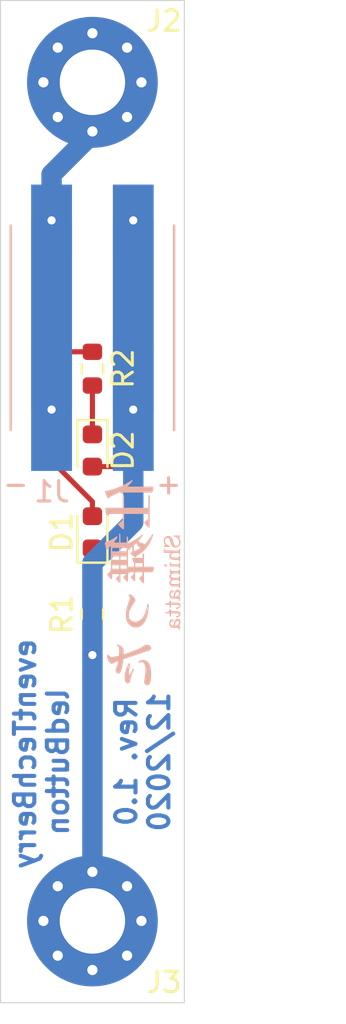
<source format=kicad_pcb>
(kicad_pcb (version 20171130) (host pcbnew 5.1.8)

  (general
    (thickness 1.6)
    (drawings 8)
    (tracks 29)
    (zones 0)
    (modules 8)
    (nets 5)
  )

  (page A4)
  (layers
    (0 F.Cu signal)
    (31 B.Cu signal)
    (32 B.Adhes user)
    (33 F.Adhes user)
    (34 B.Paste user)
    (35 F.Paste user)
    (36 B.SilkS user)
    (37 F.SilkS user)
    (38 B.Mask user)
    (39 F.Mask user)
    (40 Dwgs.User user)
    (41 Cmts.User user)
    (42 Eco1.User user)
    (43 Eco2.User user)
    (44 Edge.Cuts user)
    (45 Margin user)
    (46 B.CrtYd user)
    (47 F.CrtYd user)
    (48 B.Fab user)
    (49 F.Fab user)
  )

  (setup
    (last_trace_width 0.25)
    (user_trace_width 1)
    (user_trace_width 2)
    (trace_clearance 0.2)
    (zone_clearance 0.508)
    (zone_45_only no)
    (trace_min 0.2)
    (via_size 0.8)
    (via_drill 0.4)
    (via_min_size 0.4)
    (via_min_drill 0.3)
    (uvia_size 0.3)
    (uvia_drill 0.1)
    (uvias_allowed no)
    (uvia_min_size 0.2)
    (uvia_min_drill 0.1)
    (edge_width 0.05)
    (segment_width 0.2)
    (pcb_text_width 0.3)
    (pcb_text_size 1.5 1.5)
    (mod_edge_width 0.12)
    (mod_text_size 1 1)
    (mod_text_width 0.15)
    (pad_size 6.4 6.4)
    (pad_drill 3.2)
    (pad_to_mask_clearance 0)
    (aux_axis_origin 0 0)
    (visible_elements FFFFFF7F)
    (pcbplotparams
      (layerselection 0x010fc_ffffffff)
      (usegerberextensions false)
      (usegerberattributes true)
      (usegerberadvancedattributes true)
      (creategerberjobfile true)
      (excludeedgelayer true)
      (linewidth 0.100000)
      (plotframeref false)
      (viasonmask false)
      (mode 1)
      (useauxorigin false)
      (hpglpennumber 1)
      (hpglpenspeed 20)
      (hpglpendiameter 15.000000)
      (psnegative false)
      (psa4output false)
      (plotreference true)
      (plotvalue true)
      (plotinvisibletext false)
      (padsonsilk false)
      (subtractmaskfromsilk false)
      (outputformat 1)
      (mirror false)
      (drillshape 1)
      (scaleselection 1)
      (outputdirectory ""))
  )

  (net 0 "")
  (net 1 "Net-(D1-Pad2)")
  (net 2 "Net-(D1-Pad1)")
  (net 3 "Net-(D2-Pad1)")
  (net 4 "Net-(D2-Pad2)")

  (net_class Default "This is the default net class."
    (clearance 0.2)
    (trace_width 0.25)
    (via_dia 0.8)
    (via_drill 0.4)
    (uvia_dia 0.3)
    (uvia_drill 0.1)
    (add_net "Net-(D1-Pad1)")
    (add_net "Net-(D1-Pad2)")
    (add_net "Net-(D2-Pad1)")
    (add_net "Net-(D2-Pad2)")
  )

  (module shimatta_artwork:shimatta_kanji_10mm_silk (layer B.Cu) (tedit 0) (tstamp 5FE0D9F1)
    (at 76.962 108.458 270)
    (fp_text reference G*** (at 0 0 270) (layer B.SilkS) hide
      (effects (font (size 1.524 1.524) (thickness 0.3)) (justify mirror))
    )
    (fp_text value LOGO (at 0.75 0 270) (layer B.SilkS) hide
      (effects (font (size 1.524 1.524) (thickness 0.3)) (justify mirror))
    )
    (fp_poly (pts (xy -1.974371 -1.038841) (xy -1.921286 -1.053288) (xy -1.872623 -1.079719) (xy -1.866195 -1.084191)
      (xy -1.838293 -1.104059) (xy -1.817119 -1.069799) (xy -1.79976 -1.048167) (xy -1.782486 -1.036309)
      (xy -1.778291 -1.035539) (xy -1.768206 -1.038583) (xy -1.760646 -1.049319) (xy -1.755185 -1.070154)
      (xy -1.7514 -1.103496) (xy -1.748865 -1.15175) (xy -1.747273 -1.211385) (xy -1.746474 -1.259613)
      (xy -1.746752 -1.291726) (xy -1.748675 -1.311141) (xy -1.75281 -1.321274) (xy -1.759723 -1.325542)
      (xy -1.766441 -1.326858) (xy -1.786978 -1.322585) (xy -1.793979 -1.312205) (xy -1.82301 -1.2417)
      (xy -1.856701 -1.183639) (xy -1.890646 -1.143766) (xy -1.936773 -1.110849) (xy -1.98647 -1.091476)
      (xy -2.036678 -1.08492) (xy -2.084334 -1.090454) (xy -2.126379 -1.107351) (xy -2.159752 -1.134885)
      (xy -2.181392 -1.172328) (xy -2.188308 -1.214467) (xy -2.182791 -1.248681) (xy -2.165175 -1.278144)
      (xy -2.133859 -1.30396) (xy -2.087242 -1.327231) (xy -2.023723 -1.349063) (xy -1.972988 -1.362908)
      (xy -1.926945 -1.37512) (xy -1.884295 -1.387388) (xy -1.85095 -1.397965) (xy -1.837224 -1.403038)
      (xy -1.783941 -1.43521) (xy -1.7442 -1.480643) (xy -1.719152 -1.537493) (xy -1.709948 -1.603912)
      (xy -1.709925 -1.607039) (xy -1.718324 -1.675881) (xy -1.743018 -1.735267) (xy -1.782805 -1.783525)
      (xy -1.836485 -1.818985) (xy -1.87192 -1.832554) (xy -1.918944 -1.841854) (xy -1.97371 -1.845409)
      (xy -2.028119 -1.84323) (xy -2.074074 -1.835326) (xy -2.083751 -1.832294) (xy -2.116174 -1.818033)
      (xy -2.150925 -1.79893) (xy -2.159336 -1.793591) (xy -2.197825 -1.76812) (xy -2.219932 -1.802247)
      (xy -2.24036 -1.826752) (xy -2.262088 -1.836076) (xy -2.268904 -1.836495) (xy -2.295769 -1.836616)
      (xy -2.295769 -1.524) (xy -2.272298 -1.524) (xy -2.259227 -1.52626) (xy -2.249254 -1.535687)
      (xy -2.239777 -1.556254) (xy -2.228545 -1.590772) (xy -2.200232 -1.656354) (xy -2.159137 -1.713395)
      (xy -2.108703 -1.757526) (xy -2.086983 -1.770431) (xy -2.043168 -1.785715) (xy -1.991547 -1.792606)
      (xy -1.939352 -1.79103) (xy -1.893813 -1.780914) (xy -1.875726 -1.772587) (xy -1.835146 -1.739209)
      (xy -1.80866 -1.697192) (xy -1.797641 -1.650585) (xy -1.803458 -1.603433) (xy -1.811693 -1.583581)
      (xy -1.823542 -1.564842) (xy -1.839561 -1.549289) (xy -1.86277 -1.535442) (xy -1.896185 -1.521824)
      (xy -1.942823 -1.506956) (xy -2.001869 -1.490396) (xy -2.070514 -1.470952) (xy -2.12321 -1.453777)
      (xy -2.163196 -1.437447) (xy -2.193709 -1.420542) (xy -2.217988 -1.401639) (xy -2.229206 -1.390568)
      (xy -2.258638 -1.349794) (xy -2.273428 -1.302837) (xy -2.276231 -1.263171) (xy -2.268182 -1.193355)
      (xy -2.244667 -1.13505) (xy -2.206631 -1.089166) (xy -2.155021 -1.056615) (xy -2.090784 -1.038307)
      (xy -2.038549 -1.034453) (xy -1.974371 -1.038841)) (layer B.SilkS) (width 0.01))
    (fp_poly (pts (xy 0.640944 -1.312618) (xy 0.67704 -1.319504) (xy 0.709375 -1.333293) (xy 0.740902 -1.35388)
      (xy 0.745424 -1.357713) (xy 0.776654 -1.385604) (xy 0.781782 -1.564706) (xy 0.783857 -1.622571)
      (xy 0.786497 -1.674136) (xy 0.789465 -1.716036) (xy 0.792525 -1.744908) (xy 0.79526 -1.757136)
      (xy 0.810932 -1.766015) (xy 0.84142 -1.765392) (xy 0.866266 -1.76353) (xy 0.877171 -1.76799)
      (xy 0.879231 -1.777416) (xy 0.870113 -1.801327) (xy 0.844983 -1.820342) (xy 0.807181 -1.832279)
      (xy 0.792135 -1.834328) (xy 0.760728 -1.835756) (xy 0.740346 -1.830993) (xy 0.722902 -1.817897)
      (xy 0.72021 -1.815253) (xy 0.702591 -1.795118) (xy 0.692224 -1.778656) (xy 0.691979 -1.777976)
      (xy 0.684959 -1.772802) (xy 0.669292 -1.779728) (xy 0.649017 -1.79442) (xy 0.618564 -1.81506)
      (xy 0.58745 -1.831466) (xy 0.577369 -1.835408) (xy 0.533609 -1.844151) (xy 0.484536 -1.845295)
      (xy 0.438788 -1.839118) (xy 0.412345 -1.830092) (xy 0.372494 -1.802851) (xy 0.349635 -1.767447)
      (xy 0.341942 -1.720977) (xy 0.341923 -1.718095) (xy 0.343126 -1.700515) (xy 0.455607 -1.700515)
      (xy 0.457835 -1.73071) (xy 0.469349 -1.752095) (xy 0.48304 -1.765362) (xy 0.507125 -1.781844)
      (xy 0.532 -1.786258) (xy 0.550438 -1.78465) (xy 0.58274 -1.776437) (xy 0.610963 -1.763138)
      (xy 0.614012 -1.761016) (xy 0.645603 -1.732311) (xy 0.665621 -1.699528) (xy 0.677036 -1.656731)
      (xy 0.680628 -1.627794) (xy 0.683522 -1.592705) (xy 0.683443 -1.573158) (xy 0.679617 -1.565278)
      (xy 0.671269 -1.565193) (xy 0.668269 -1.565968) (xy 0.648488 -1.570944) (xy 0.617794 -1.578137)
      (xy 0.595923 -1.583073) (xy 0.536922 -1.599909) (xy 0.495378 -1.621103) (xy 0.469412 -1.648229)
      (xy 0.457142 -1.682862) (xy 0.455607 -1.700515) (xy 0.343126 -1.700515) (xy 0.344116 -1.686059)
      (xy 0.353266 -1.661888) (xy 0.373232 -1.635965) (xy 0.376197 -1.632658) (xy 0.40625 -1.605269)
      (xy 0.444581 -1.581703) (xy 0.4938 -1.560914) (xy 0.556523 -1.541856) (xy 0.635361 -1.523484)
      (xy 0.663059 -1.517848) (xy 0.676458 -1.513728) (xy 0.682332 -1.50481) (xy 0.682301 -1.485745)
      (xy 0.679595 -1.463209) (xy 0.674002 -1.43082) (xy 0.667225 -1.404589) (xy 0.663822 -1.396093)
      (xy 0.644922 -1.378737) (xy 0.61268 -1.366075) (xy 0.573062 -1.359819) (xy 0.540027 -1.360581)
      (xy 0.500622 -1.369239) (xy 0.478247 -1.383995) (xy 0.473727 -1.40413) (xy 0.477739 -1.414757)
      (xy 0.487636 -1.447797) (xy 0.483358 -1.477167) (xy 0.468279 -1.499765) (xy 0.445775 -1.512488)
      (xy 0.419223 -1.512233) (xy 0.391997 -1.495897) (xy 0.390769 -1.494692) (xy 0.373401 -1.465279)
      (xy 0.372129 -1.431335) (xy 0.385222 -1.396326) (xy 0.410949 -1.363713) (xy 0.447576 -1.336962)
      (xy 0.475841 -1.324549) (xy 0.525279 -1.313638) (xy 0.58351 -1.309581) (xy 0.640944 -1.312618)) (layer B.SilkS) (width 0.01))
    (fp_poly (pts (xy 1.067389 -1.108152) (xy 1.073653 -1.114475) (xy 1.077607 -1.128178) (xy 1.079988 -1.152711)
      (xy 1.081536 -1.191523) (xy 1.082262 -1.218712) (xy 1.085024 -1.328616) (xy 1.163538 -1.328616)
      (xy 1.202366 -1.3289) (xy 1.225462 -1.330495) (xy 1.23663 -1.334508) (xy 1.239675 -1.342049)
      (xy 1.238929 -1.350596) (xy 1.235823 -1.361747) (xy 1.227612 -1.368592) (xy 1.210101 -1.372452)
      (xy 1.179094 -1.37465) (xy 1.160096 -1.37543) (xy 1.084385 -1.378284) (xy 1.084385 -1.55643)
      (xy 1.084671 -1.622622) (xy 1.085671 -1.672073) (xy 1.087598 -1.707571) (xy 1.090664 -1.731905)
      (xy 1.09508 -1.747866) (xy 1.099592 -1.756288) (xy 1.121883 -1.774299) (xy 1.148938 -1.776923)
      (xy 1.176351 -1.766026) (xy 1.199718 -1.743476) (xy 1.214633 -1.711137) (xy 1.215545 -1.707173)
      (xy 1.22186 -1.676871) (xy 1.226224 -1.655885) (xy 1.235543 -1.636856) (xy 1.256152 -1.631464)
      (xy 1.256791 -1.631462) (xy 1.271513 -1.632447) (xy 1.278247 -1.638659) (xy 1.278807 -1.654982)
      (xy 1.275582 -1.681998) (xy 1.26038 -1.743784) (xy 1.232522 -1.791452) (xy 1.191026 -1.826549)
      (xy 1.18012 -1.832659) (xy 1.145866 -1.843001) (xy 1.104011 -1.845687) (xy 1.064409 -1.840618)
      (xy 1.046249 -1.834029) (xy 1.023745 -1.8175) (xy 1.002423 -1.794593) (xy 1.002288 -1.794411)
      (xy 0.995239 -1.783637) (xy 0.989937 -1.770968) (xy 0.986075 -1.753497) (xy 0.983345 -1.728317)
      (xy 0.98144 -1.692522) (xy 0.980054 -1.643206) (xy 0.978878 -1.577463) (xy 0.978796 -1.572161)
      (xy 0.975784 -1.377462) (xy 0.932392 -1.377462) (xy 0.905449 -1.376377) (xy 0.892769 -1.371235)
      (xy 0.889118 -1.359204) (xy 0.889 -1.353994) (xy 0.894585 -1.334751) (xy 0.914328 -1.321845)
      (xy 0.92033 -1.319605) (xy 0.958438 -1.29963) (xy 0.987906 -1.268085) (xy 1.010137 -1.222673)
      (xy 1.026541 -1.161099) (xy 1.030398 -1.139951) (xy 1.036325 -1.115595) (xy 1.045494 -1.105989)
      (xy 1.058076 -1.105759) (xy 1.067389 -1.108152)) (layer B.SilkS) (width 0.01))
    (fp_poly (pts (xy 1.488944 -1.110289) (xy 1.494525 -1.116945) (xy 1.498106 -1.132096) (xy 1.500339 -1.159063)
      (xy 1.501878 -1.201166) (xy 1.502339 -1.218712) (xy 1.505101 -1.328616) (xy 1.582935 -1.328616)
      (xy 1.6216 -1.328878) (xy 1.644721 -1.330503) (xy 1.656293 -1.334742) (xy 1.66031 -1.342849)
      (xy 1.660769 -1.353039) (xy 1.659936 -1.365151) (xy 1.65478 -1.372404) (xy 1.641314 -1.376043)
      (xy 1.615552 -1.377313) (xy 1.582615 -1.377462) (xy 1.504461 -1.377462) (xy 1.504461 -1.558192)
      (xy 1.504599 -1.622242) (xy 1.5052 -1.669671) (xy 1.50655 -1.703395) (xy 1.508932 -1.726331)
      (xy 1.512633 -1.741394) (xy 1.517936 -1.751503) (xy 1.524 -1.758462) (xy 1.553175 -1.776093)
      (xy 1.584057 -1.77626) (xy 1.611666 -1.759856) (xy 1.625783 -1.740182) (xy 1.635945 -1.713599)
      (xy 1.644478 -1.680299) (xy 1.645819 -1.672981) (xy 1.651731 -1.646626) (xy 1.660436 -1.634536)
      (xy 1.675946 -1.631473) (xy 1.677642 -1.631462) (xy 1.69222 -1.632603) (xy 1.698789 -1.63934)
      (xy 1.699297 -1.656642) (xy 1.696783 -1.680302) (xy 1.682886 -1.743441) (xy 1.657693 -1.790854)
      (xy 1.620651 -1.823134) (xy 1.571209 -1.840874) (xy 1.544177 -1.844314) (xy 1.50807 -1.844991)
      (xy 1.482071 -1.839541) (xy 1.457198 -1.825996) (xy 1.455615 -1.82493) (xy 1.437063 -1.81038)
      (xy 1.422919 -1.793322) (xy 1.412591 -1.771022) (xy 1.405489 -1.740747) (xy 1.401022 -1.699763)
      (xy 1.398599 -1.645336) (xy 1.39763 -1.574735) (xy 1.397551 -1.556312) (xy 1.397 -1.378585)
      (xy 1.355481 -1.375581) (xy 1.327979 -1.371614) (xy 1.314897 -1.363255) (xy 1.311576 -1.353039)
      (xy 1.315704 -1.337223) (xy 1.334351 -1.32219) (xy 1.350145 -1.313962) (xy 1.38592 -1.292045)
      (xy 1.412117 -1.263056) (xy 1.431723 -1.222652) (xy 1.445662 -1.17518) (xy 1.45552 -1.139038)
      (xy 1.464372 -1.118497) (xy 1.474178 -1.109844) (xy 1.48071 -1.108808) (xy 1.488944 -1.110289)) (layer B.SilkS) (width 0.01))
    (fp_poly (pts (xy 2.067017 -1.312015) (xy 2.091074 -1.317656) (xy 2.115093 -1.328184) (xy 2.119351 -1.330379)
      (xy 2.147999 -1.346455) (xy 2.169267 -1.362613) (xy 2.184314 -1.38202) (xy 2.194299 -1.407842)
      (xy 2.200379 -1.443246) (xy 2.203714 -1.491396) (xy 2.205462 -1.55546) (xy 2.205652 -1.56621)
      (xy 2.206886 -1.634499) (xy 2.208354 -1.685635) (xy 2.210672 -1.721998) (xy 2.214456 -1.745971)
      (xy 2.220321 -1.759934) (xy 2.228883 -1.766269) (xy 2.240758 -1.767357) (xy 2.256562 -1.76558)
      (xy 2.257183 -1.765496) (xy 2.2874 -1.764126) (xy 2.301366 -1.77125) (xy 2.300944 -1.788041)
      (xy 2.299502 -1.792134) (xy 2.282756 -1.811763) (xy 2.252528 -1.827163) (xy 2.21481 -1.835705)
      (xy 2.198095 -1.836616) (xy 2.165222 -1.832505) (xy 2.140837 -1.817535) (xy 2.13411 -1.810766)
      (xy 2.118195 -1.791346) (xy 2.110332 -1.777346) (xy 2.110154 -1.776076) (xy 2.103393 -1.775971)
      (xy 2.086279 -1.785859) (xy 2.075981 -1.793301) (xy 2.018762 -1.826325) (xy 1.956762 -1.843577)
      (xy 1.894263 -1.844524) (xy 1.83555 -1.828632) (xy 1.82662 -1.824404) (xy 1.78778 -1.795174)
      (xy 1.765426 -1.756208) (xy 1.760635 -1.709667) (xy 1.762569 -1.695669) (xy 1.762917 -1.694639)
      (xy 1.875692 -1.694639) (xy 1.882946 -1.738312) (xy 1.90319 -1.768727) (xy 1.934148 -1.784818)
      (xy 1.973544 -1.785521) (xy 2.0191 -1.769771) (xy 2.027115 -1.765481) (xy 2.065577 -1.734584)
      (xy 2.089543 -1.692505) (xy 2.099829 -1.637617) (xy 2.100369 -1.619064) (xy 2.100385 -1.562705)
      (xy 2.073519 -1.568707) (xy 2.002641 -1.586563) (xy 1.949443 -1.60502) (xy 1.912071 -1.625257)
      (xy 1.888675 -1.648452) (xy 1.877405 -1.675784) (xy 1.875692 -1.694639) (xy 1.762917 -1.694639)
      (xy 1.775241 -1.658177) (xy 1.799184 -1.625607) (xy 1.835942 -1.597087) (xy 1.887055 -1.571743)
      (xy 1.954065 -1.5487) (xy 2.038515 -1.527086) (xy 2.073519 -1.519478) (xy 2.091119 -1.51337)
      (xy 2.098748 -1.500718) (xy 2.100385 -1.475604) (xy 2.095153 -1.427605) (xy 2.078669 -1.393815)
      (xy 2.052443 -1.373045) (xy 2.013304 -1.361056) (xy 1.967038 -1.358661) (xy 1.923753 -1.36625)
      (xy 1.919185 -1.367871) (xy 1.900754 -1.378362) (xy 1.897388 -1.393896) (xy 1.89901 -1.402063)
      (xy 1.906334 -1.431636) (xy 1.910841 -1.449775) (xy 1.90831 -1.475393) (xy 1.891704 -1.498124)
      (xy 1.866273 -1.512219) (xy 1.851978 -1.514231) (xy 1.827936 -1.505801) (xy 1.805532 -1.484928)
      (xy 1.790661 -1.458238) (xy 1.787806 -1.442086) (xy 1.796395 -1.409192) (xy 1.81924 -1.375487)
      (xy 1.852116 -1.346505) (xy 1.867982 -1.337029) (xy 1.901035 -1.323791) (xy 1.941599 -1.315663)
      (xy 1.992923 -1.311533) (xy 2.036455 -1.310295) (xy 2.067017 -1.312015)) (layer B.SilkS) (width 0.01))
    (fp_poly (pts (xy -1.455615 -1.215473) (xy -1.450731 -1.398336) (xy -1.421423 -1.367157) (xy -1.376353 -1.331405)
      (xy -1.326607 -1.312133) (xy -1.275539 -1.308504) (xy -1.226501 -1.31968) (xy -1.182846 -1.344823)
      (xy -1.147927 -1.383095) (xy -1.125098 -1.433658) (xy -1.123046 -1.441718) (xy -1.119874 -1.465079)
      (xy -1.117169 -1.503375) (xy -1.115156 -1.552) (xy -1.114058 -1.606352) (xy -1.113925 -1.628833)
      (xy -1.113934 -1.686246) (xy -1.11338 -1.727126) (xy -1.11108 -1.754472) (xy -1.10585 -1.771281)
      (xy -1.096506 -1.780548) (xy -1.081867 -1.785271) (xy -1.060747 -1.788448) (xy -1.050305 -1.789943)
      (xy -1.03283 -1.799802) (xy -1.027608 -1.809862) (xy -1.027842 -1.816489) (xy -1.03341 -1.821136)
      (xy -1.047143 -1.82415) (xy -1.071873 -1.825876) (xy -1.110431 -1.826659) (xy -1.165648 -1.826846)
      (xy -1.166707 -1.826846) (xy -1.222097 -1.826711) (xy -1.260894 -1.826038) (xy -1.28604 -1.824421)
      (xy -1.30048 -1.821457) (xy -1.307159 -1.816742) (xy -1.309018 -1.809871) (xy -1.309077 -1.807308)
      (xy -1.304974 -1.793528) (xy -1.289229 -1.788224) (xy -1.276839 -1.787769) (xy -1.25665 -1.786726)
      (xy -1.24203 -1.781795) (xy -1.232084 -1.770273) (xy -1.225917 -1.749459) (xy -1.222637 -1.716651)
      (xy -1.22135 -1.669146) (xy -1.221154 -1.619425) (xy -1.222023 -1.550012) (xy -1.22506 -1.497159)
      (xy -1.230911 -1.457944) (xy -1.240222 -1.429447) (xy -1.253639 -1.408749) (xy -1.271142 -1.393392)
      (xy -1.306881 -1.379323) (xy -1.346249 -1.381693) (xy -1.384996 -1.399063) (xy -1.418873 -1.429993)
      (xy -1.431192 -1.447614) (xy -1.439055 -1.463151) (xy -1.44473 -1.481935) (xy -1.448683 -1.507586)
      (xy -1.451382 -1.543727) (xy -1.453292 -1.593978) (xy -1.454095 -1.625431) (xy -1.455257 -1.685008)
      (xy -1.45493 -1.727828) (xy -1.452182 -1.756663) (xy -1.446076 -1.774287) (xy -1.43568 -1.783474)
      (xy -1.420057 -1.786995) (xy -1.399442 -1.78762) (xy -1.376896 -1.790323) (xy -1.368343 -1.800256)
      (xy -1.367692 -1.807308) (xy -1.368675 -1.814909) (xy -1.373585 -1.820234) (xy -1.385367 -1.823685)
      (xy -1.406965 -1.825666) (xy -1.441322 -1.826583) (xy -1.491383 -1.826838) (xy -1.510063 -1.826846)
      (xy -1.565576 -1.826666) (xy -1.604384 -1.825895) (xy -1.629317 -1.824188) (xy -1.643208 -1.821198)
      (xy -1.648887 -1.81658) (xy -1.649186 -1.809989) (xy -1.649162 -1.809862) (xy -1.637956 -1.794552)
      (xy -1.626465 -1.789943) (xy -1.600387 -1.785385) (xy -1.584931 -1.782287) (xy -1.562824 -1.777564)
      (xy -1.565393 -1.438302) (xy -1.567962 -1.099039) (xy -1.614365 -1.096061) (xy -1.6426 -1.093155)
      (xy -1.65633 -1.087339) (xy -1.660586 -1.075813) (xy -1.660769 -1.070241) (xy -1.659089 -1.056138)
      (xy -1.651888 -1.04659) (xy -1.635928 -1.040587) (xy -1.607967 -1.037118) (xy -1.564767 -1.035173)
      (xy -1.546808 -1.034698) (xy -1.4605 -1.03261) (xy -1.455615 -1.215473)) (layer B.SilkS) (width 0.01))
    (fp_poly (pts (xy -0.791308 -1.541671) (xy -0.79114 -1.616724) (xy -0.790274 -1.674548) (xy -0.788164 -1.717452)
      (xy -0.784266 -1.747744) (xy -0.778034 -1.767735) (xy -0.768923 -1.779731) (xy -0.756389 -1.786044)
      (xy -0.739886 -1.788981) (xy -0.732772 -1.789665) (xy -0.705556 -1.796467) (xy -0.695421 -1.80975)
      (xy -0.695628 -1.81631) (xy -0.700994 -1.820947) (xy -0.714308 -1.82399) (xy -0.738353 -1.825767)
      (xy -0.775917 -1.826609) (xy -0.829783 -1.826843) (xy -0.840154 -1.826846) (xy -0.896902 -1.826679)
      (xy -0.936899 -1.825957) (xy -0.96293 -1.824353) (xy -0.977782 -1.821535) (xy -0.984238 -1.817177)
      (xy -0.985086 -1.810948) (xy -0.984886 -1.80975) (xy -0.97342 -1.795751) (xy -0.947535 -1.789665)
      (xy -0.927021 -1.786674) (xy -0.911938 -1.780045) (xy -0.901459 -1.767116) (xy -0.894754 -1.745221)
      (xy -0.890995 -1.711698) (xy -0.889353 -1.663884) (xy -0.889 -1.601508) (xy -0.889384 -1.54625)
      (xy -0.890442 -1.495701) (xy -0.892032 -1.454098) (xy -0.894015 -1.425682) (xy -0.895106 -1.41776)
      (xy -0.900096 -1.399466) (xy -0.909311 -1.390477) (xy -0.928545 -1.387501) (xy -0.948837 -1.387231)
      (xy -0.977413 -1.386342) (xy -0.991501 -1.382043) (xy -0.996126 -1.371885) (xy -0.996462 -1.364029)
      (xy -0.992671 -1.349345) (xy -0.979576 -1.33915) (xy -0.954592 -1.332756) (xy -0.915134 -1.329476)
      (xy -0.863356 -1.328616) (xy -0.791308 -1.328616) (xy -0.791308 -1.541671)) (layer B.SilkS) (width 0.01))
    (fp_poly (pts (xy 0.080297 -1.3191) (xy 0.125771 -1.345358) (xy 0.152577 -1.373188) (xy 0.180731 -1.410065)
      (xy 0.183814 -1.586478) (xy 0.185487 -1.650324) (xy 0.187999 -1.703674) (xy 0.191173 -1.744022)
      (xy 0.194831 -1.768864) (xy 0.197222 -1.77533) (xy 0.213481 -1.783903) (xy 0.238852 -1.787753)
      (xy 0.240542 -1.787769) (xy 0.263603 -1.790132) (xy 0.272652 -1.799263) (xy 0.273538 -1.807308)
      (xy 0.272556 -1.814909) (xy 0.267645 -1.820234) (xy 0.255863 -1.823685) (xy 0.234266 -1.825666)
      (xy 0.199908 -1.826583) (xy 0.149847 -1.826838) (xy 0.131168 -1.826846) (xy 0.075655 -1.826666)
      (xy 0.036847 -1.825895) (xy 0.011913 -1.824188) (xy -0.001977 -1.821198) (xy -0.007656 -1.81658)
      (xy -0.007955 -1.809989) (xy -0.007931 -1.809862) (xy 0.003274 -1.794552) (xy 0.014766 -1.789943)
      (xy 0.040674 -1.785404) (xy 0.056786 -1.782164) (xy 0.079379 -1.77732) (xy 0.076324 -1.602575)
      (xy 0.07513 -1.540071) (xy 0.073784 -1.494035) (xy 0.071875 -1.461401) (xy 0.068992 -1.4391)
      (xy 0.064727 -1.424065) (xy 0.058668 -1.413227) (xy 0.050405 -1.403519) (xy 0.049585 -1.402645)
      (xy 0.018289 -1.381785) (xy -0.017565 -1.377181) (xy -0.053905 -1.387557) (xy -0.086657 -1.41164)
      (xy -0.11175 -1.448156) (xy -0.114311 -1.453926) (xy -0.121097 -1.479773) (xy -0.126816 -1.519311)
      (xy -0.13124 -1.567557) (xy -0.134142 -1.619526) (xy -0.135296 -1.670235) (xy -0.134473 -1.714698)
      (xy -0.131448 -1.747932) (xy -0.128291 -1.760904) (xy -0.117156 -1.779704) (xy -0.099101 -1.786984)
      (xy -0.08328 -1.787769) (xy -0.059613 -1.789922) (xy -0.050013 -1.79834) (xy -0.048846 -1.807308)
      (xy -0.049861 -1.815039) (xy -0.054906 -1.820409) (xy -0.066985 -1.823845) (xy -0.089101 -1.825777)
      (xy -0.124255 -1.826634) (xy -0.17545 -1.826844) (xy -0.185615 -1.826846) (xy -0.239737 -1.826701)
      (xy -0.277324 -1.825981) (xy -0.301377 -1.824255) (xy -0.314901 -1.821096) (xy -0.320897 -1.816074)
      (xy -0.322369 -1.80876) (xy -0.322385 -1.807308) (xy -0.318514 -1.793788) (xy -0.303445 -1.788375)
      (xy -0.288536 -1.787769) (xy -0.259067 -1.782638) (xy -0.244575 -1.768873) (xy -0.240334 -1.750826)
      (xy -0.237292 -1.717778) (xy -0.235444 -1.674231) (xy -0.234785 -1.624683) (xy -0.235311 -1.573638)
      (xy -0.237015 -1.525594) (xy -0.239893 -1.485053) (xy -0.243941 -1.456516) (xy -0.24492 -1.452539)
      (xy -0.263385 -1.41075) (xy -0.290501 -1.385404) (xy -0.32287 -1.377462) (xy -0.368 -1.386426)
      (xy -0.404805 -1.412769) (xy -0.428846 -1.448664) (xy -0.437064 -1.467827) (xy -0.442778 -1.488226)
      (xy -0.446426 -1.513822) (xy -0.448446 -1.548578) (xy -0.449276 -1.596454) (xy -0.449385 -1.63436)
      (xy -0.449479 -1.690546) (xy -0.448929 -1.730264) (xy -0.44649 -1.756574) (xy -0.440914 -1.772536)
      (xy -0.430953 -1.78121) (xy -0.415362 -1.785657) (xy -0.392893 -1.788938) (xy -0.385997 -1.789943)
      (xy -0.368523 -1.799802) (xy -0.3633 -1.809862) (xy -0.363534 -1.816489) (xy -0.369102 -1.821136)
      (xy -0.382836 -1.82415) (xy -0.407566 -1.825876) (xy -0.446123 -1.826659) (xy -0.501341 -1.826846)
      (xy -0.502399 -1.826846) (xy -0.55779 -1.826711) (xy -0.596586 -1.826038) (xy -0.621732 -1.824421)
      (xy -0.636173 -1.821457) (xy -0.642851 -1.816742) (xy -0.644711 -1.809871) (xy -0.644769 -1.807308)
      (xy -0.640779 -1.793653) (xy -0.62536 -1.788294) (xy -0.611773 -1.787769) (xy -0.585868 -1.784016)
      (xy -0.568147 -1.774918) (xy -0.567592 -1.774292) (xy -0.56321 -1.76046) (xy -0.560279 -1.730646)
      (xy -0.558758 -1.683856) (xy -0.558602 -1.619099) (xy -0.559069 -1.576465) (xy -0.561731 -1.392116)
      (xy -0.60325 -1.389111) (xy -0.629637 -1.385777) (xy -0.641728 -1.378715) (xy -0.644761 -1.364681)
      (xy -0.644769 -1.363385) (xy -0.641762 -1.348658) (xy -0.630785 -1.338679) (xy -0.608907 -1.332599)
      (xy -0.573196 -1.329571) (xy -0.525096 -1.328749) (xy -0.449385 -1.328616) (xy -0.449385 -1.398499)
      (xy -0.422975 -1.367114) (xy -0.381681 -1.331778) (xy -0.333598 -1.312588) (xy -0.28274 -1.309406)
      (xy -0.233119 -1.322094) (xy -0.188746 -1.350515) (xy -0.165668 -1.375926) (xy -0.144271 -1.404867)
      (xy -0.116038 -1.372711) (xy -0.072184 -1.335499) (xy -0.022379 -1.314164) (xy 0.029681 -1.3087)
      (xy 0.080297 -1.3191)) (layer B.SilkS) (width 0.01))
    (fp_poly (pts (xy -0.802099 -1.070158) (xy -0.791846 -1.081035) (xy -0.777413 -1.111229) (xy -0.782485 -1.140329)
      (xy -0.803008 -1.164981) (xy -0.831546 -1.180305) (xy -0.860061 -1.176312) (xy -0.88456 -1.158098)
      (xy -0.903765 -1.13374) (xy -0.906257 -1.111825) (xy -0.892337 -1.086106) (xy -0.888291 -1.080818)
      (xy -0.861205 -1.059245) (xy -0.831005 -1.055695) (xy -0.802099 -1.070158)) (layer B.SilkS) (width 0.01))
    (fp_poly (pts (xy -1.919394 1.844364) (xy -1.881995 1.838959) (xy -1.83621 1.831152) (xy -1.787182 1.821928)
      (xy -1.740055 1.812271) (xy -1.699974 1.803165) (xy -1.672081 1.795593) (xy -1.665658 1.793285)
      (xy -1.641617 1.78009) (xy -1.626567 1.766036) (xy -1.625347 1.763663) (xy -1.626838 1.74347)
      (xy -1.641826 1.72305) (xy -1.660978 1.710965) (xy -1.673678 1.701253) (xy -1.695449 1.680074)
      (xy -1.722813 1.650936) (xy -1.742271 1.629019) (xy -1.808024 1.553308) (xy -0.594458 1.553308)
      (xy -0.497222 1.643673) (xy -0.460879 1.677064) (xy -0.429285 1.705373) (xy -0.405355 1.726043)
      (xy -0.392001 1.736515) (xy -0.390655 1.737241) (xy -0.378973 1.732798) (xy -0.356469 1.717835)
      (xy -0.326597 1.69517) (xy -0.292814 1.66762) (xy -0.258573 1.638004) (xy -0.227331 1.609139)
      (xy -0.202541 1.583843) (xy -0.202446 1.583738) (xy -0.182214 1.558813) (xy -0.169009 1.537693)
      (xy -0.166077 1.528615) (xy -0.172848 1.514531) (xy -0.19409 1.504447) (xy -0.231197 1.498051)
      (xy -0.285562 1.495033) (xy -0.318136 1.494692) (xy -0.420077 1.494692) (xy -0.420077 1.318846)
      (xy -0.419978 1.256308) (xy -0.419487 1.210659) (xy -0.418317 1.179249) (xy -0.416179 1.159428)
      (xy -0.412785 1.148545) (xy -0.407847 1.143953) (xy -0.401076 1.143) (xy -0.400946 1.143)
      (xy -0.386656 1.149096) (xy -0.361172 1.165768) (xy -0.327888 1.190596) (xy -0.290196 1.221155)
      (xy -0.283437 1.226881) (xy -0.185058 1.310762) (xy -0.10076 1.243977) (xy -0.050552 1.202931)
      (xy -0.015414 1.170918) (xy 0.005972 1.146334) (xy 0.014925 1.127576) (xy 0.012767 1.113042)
      (xy 0.010144 1.109259) (xy 0.003296 1.104152) (xy -0.009271 1.10031) (xy -0.030021 1.097563)
      (xy -0.061416 1.095745) (xy -0.105922 1.094686) (xy -0.166 1.09422) (xy -0.211235 1.094154)
      (xy -0.420077 1.094154) (xy -0.420077 0.796651) (xy -0.342531 0.873741) (xy -0.264986 0.950832)
      (xy -0.208446 0.912589) (xy -0.167434 0.882691) (xy -0.128134 0.850225) (xy -0.093355 0.817971)
      (xy -0.065901 0.78871) (xy -0.048579 0.765224) (xy -0.044196 0.750292) (xy -0.044312 0.749955)
      (xy -0.049346 0.741378) (xy -0.058613 0.734832) (xy -0.07451 0.730046) (xy -0.099432 0.726751)
      (xy -0.135776 0.724675) (xy -0.185938 0.72355) (xy -0.252314 0.723104) (xy -0.282819 0.723056)
      (xy -0.35028 0.722753) (xy -0.400068 0.721869) (xy -0.434048 0.72028) (xy -0.45408 0.717863)
      (xy -0.462026 0.714494) (xy -0.461108 0.7112) (xy -0.44997 0.689047) (xy -0.45748 0.665224)
      (xy -0.478692 0.644769) (xy -0.508 0.6239) (xy -0.508 0.420077) (xy -0.477382 0.420077)
      (xy -0.461294 0.422557) (xy -0.442702 0.431376) (xy -0.418593 0.448598) (xy -0.385953 0.47629)
      (xy -0.356469 0.502961) (xy -0.266175 0.585845) (xy -0.218568 0.550365) (xy -0.181106 0.520775)
      (xy -0.144068 0.488675) (xy -0.111503 0.457853) (xy -0.087463 0.432099) (xy -0.077422 0.418313)
      (xy -0.075189 0.398832) (xy -0.083756 0.386563) (xy -0.091624 0.381323) (xy -0.105009 0.377396)
      (xy -0.126449 0.374606) (xy -0.158481 0.372774) (xy -0.203641 0.371725) (xy -0.264466 0.371281)
      (xy -0.303544 0.371231) (xy -0.508 0.371231) (xy -0.508 0) (xy -0.3887 0)
      (xy -0.205168 0.16847) (xy -0.150791 0.135523) (xy -0.100701 0.103092) (xy -0.054861 0.069559)
      (xy -0.016657 0.037706) (xy 0.010525 0.010313) (xy 0.022021 -0.006433) (xy 0.027543 -0.021071)
      (xy 0.028068 -0.032697) (xy 0.021764 -0.041653) (xy 0.006799 -0.048284) (xy -0.01866 -0.052935)
      (xy -0.056445 -0.05595) (xy -0.10839 -0.057672) (xy -0.176326 -0.058445) (xy -0.255867 -0.058616)
      (xy -0.508 -0.058616) (xy -0.508 -0.466604) (xy -0.543753 -0.493875) (xy -0.5926 -0.523223)
      (xy -0.644919 -0.541308) (xy -0.695188 -0.546772) (xy -0.732692 -0.540297) (xy -0.744774 -0.534806)
      (xy -0.754082 -0.526462) (xy -0.760975 -0.512889) (xy -0.765812 -0.491713) (xy -0.768952 -0.460557)
      (xy -0.770752 -0.417047) (xy -0.771572 -0.358808) (xy -0.771769 -0.283463) (xy -0.771769 -0.058616)
      (xy -1.394753 -0.058616) (xy -1.41053 -0.034536) (xy -1.421843 -0.015678) (xy -1.426308 -0.005228)
      (xy -1.417182 -0.00317) (xy -1.392375 -0.001493) (xy -1.355744 -0.000377) (xy -1.313962 0)
      (xy -1.201615 0) (xy -1.201615 0.371231) (xy -0.957385 0.371231) (xy -0.957385 0)
      (xy -0.771769 0) (xy -0.771769 0.371231) (xy -0.957385 0.371231) (xy -1.201615 0.371231)
      (xy -1.201615 0.525857) (xy -1.069823 0.472967) (xy -1.016817 0.45199) (xy -0.977102 0.437427)
      (xy -0.945959 0.428116) (xy -0.918668 0.422894) (xy -0.89051 0.420602) (xy -0.856765 0.420077)
      (xy -0.771769 0.420077) (xy -0.771769 0.722923) (xy -1.634867 0.722923) (xy -1.61239 0.698997)
      (xy -1.596848 0.67546) (xy -1.599367 0.65576) (xy -1.620531 0.638413) (xy -1.63965 0.629608)
      (xy -1.673862 0.607744) (xy -1.71065 0.569566) (xy -1.747587 0.517644) (xy -1.75162 0.511096)
      (xy -1.75152 0.505437) (xy -1.74135 0.501646) (xy -1.718505 0.499402) (xy -1.680386 0.498385)
      (xy -1.647158 0.498231) (xy -1.534883 0.498231) (xy -1.475412 0.553291) (xy -1.447839 0.57803)
      (xy -1.426122 0.596036) (xy -1.413794 0.604434) (xy -1.412358 0.604579) (xy -1.387692 0.577268)
      (xy -1.357837 0.542223) (xy -1.32602 0.503473) (xy -1.295468 0.46505) (xy -1.269407 0.430983)
      (xy -1.251065 0.405304) (xy -1.245244 0.395856) (xy -1.226039 0.359747) (xy -1.271127 0.319085)
      (xy -1.299345 0.28887) (xy -1.328995 0.249669) (xy -1.352273 0.212352) (xy -1.421159 0.103641)
      (xy -1.507092 -0.002805) (xy -1.607579 -0.104708) (xy -1.72013 -0.199787) (xy -1.842253 -0.285763)
      (xy -1.971455 -0.360358) (xy -1.987081 -0.368319) (xy -2.044203 -0.395745) (xy -2.104073 -0.422294)
      (xy -2.163731 -0.446882) (xy -2.220219 -0.468425) (xy -2.270577 -0.485838) (xy -2.311847 -0.498037)
      (xy -2.341069 -0.503939) (xy -2.354601 -0.502982) (xy -2.363498 -0.492316) (xy -2.35879 -0.478308)
      (xy -2.339261 -0.459587) (xy -2.303696 -0.43478) (xy -2.28232 -0.421379) (xy -2.201566 -0.368801)
      (xy -2.116594 -0.308129) (xy -2.033772 -0.244174) (xy -1.95947 -0.181745) (xy -1.931654 -0.156502)
      (xy -1.893852 -0.120358) (xy -1.869903 -0.095101) (xy -1.858655 -0.079105) (xy -1.858958 -0.070742)
      (xy -1.869294 -0.068385) (xy -1.890535 -0.058644) (xy -1.910327 -0.029427) (xy -1.928664 0.019257)
      (xy -1.935763 0.04485) (xy -1.953408 0.103979) (xy -1.973871 0.15674) (xy -1.995002 0.197934)
      (xy -2.005168 0.212598) (xy -2.014656 0.21693) (xy -2.030514 0.210297) (xy -2.056217 0.191185)
      (xy -2.058255 0.189522) (xy -2.083064 0.16973) (xy -2.11878 0.141928) (xy -2.160649 0.109789)
      (xy -2.203916 0.076985) (xy -2.204407 0.076615) (xy -2.248193 0.044274) (xy -2.279378 0.022973)
      (xy -2.300428 0.011315) (xy -2.313811 0.007902) (xy -2.321099 0.010522) (xy -2.332834 0.023783)
      (xy -2.334846 0.029259) (xy -2.329106 0.03977) (xy -2.313843 0.061259) (xy -2.291994 0.089655)
      (xy -2.284613 0.098889) (xy -2.22415 0.179007) (xy -2.161423 0.271256) (xy -2.147432 0.293745)
      (xy -1.945254 0.293745) (xy -1.9178 0.287849) (xy -1.844396 0.264231) (xy -1.78592 0.228069)
      (xy -1.742242 0.179266) (xy -1.724151 0.146275) (xy -1.713023 0.122751) (xy -1.705495 0.108964)
      (xy -1.704123 0.107461) (xy -1.698102 0.115076) (xy -1.684494 0.135206) (xy -1.66604 0.163778)
      (xy -1.662664 0.169109) (xy -1.646605 0.196) (xy -1.626293 0.232122) (xy -1.603673 0.273751)
      (xy -1.58069 0.317166) (xy -1.559289 0.358643) (xy -1.541414 0.394459) (xy -1.52901 0.420893)
      (xy -1.524021 0.43422) (xy -1.524 0.434553) (xy -1.533201 0.436299) (xy -1.558534 0.437719)
      (xy -1.596594 0.438706) (xy -1.643976 0.439151) (xy -1.668096 0.439144) (xy -1.812192 0.438672)
      (xy -1.878723 0.366208) (xy -1.945254 0.293745) (xy -2.147432 0.293745) (xy -2.100448 0.369266)
      (xy -2.045236 0.466664) (xy -2.011507 0.532423) (xy -1.98792 0.581779) (xy -1.967144 0.626875)
      (xy -1.950864 0.663924) (xy -1.940771 0.689138) (xy -1.938586 0.696058) (xy -1.93219 0.722923)
      (xy -2.079233 0.722923) (xy -2.135866 0.723061) (xy -2.176183 0.723763) (xy -2.203404 0.72546)
      (xy -2.22075 0.728583) (xy -2.231444 0.733562) (xy -2.238706 0.74083) (xy -2.241485 0.744635)
      (xy -2.252811 0.763347) (xy -2.256692 0.773943) (xy -2.247477 0.776546) (xy -2.222047 0.778764)
      (xy -2.183723 0.780432) (xy -2.135827 0.781382) (xy -2.105269 0.781538) (xy -1.953846 0.781538)
      (xy -1.953846 1.093773) (xy -1.984421 1.094154) (xy -1.699846 1.094154) (xy -1.699846 0.781538)
      (xy -1.524 0.781538) (xy -1.524 1.094154) (xy -1.279769 1.094154) (xy -1.279769 0.781538)
      (xy -1.103923 0.781538) (xy -1.103923 1.094154) (xy -0.849923 1.094154) (xy -0.849923 0.781538)
      (xy -0.674077 0.781538) (xy -0.674077 1.094154) (xy -0.849923 1.094154) (xy -1.103923 1.094154)
      (xy -1.279769 1.094154) (xy -1.524 1.094154) (xy -1.699846 1.094154) (xy -1.984421 1.094154)
      (xy -2.165144 1.096406) (xy -2.234576 1.097334) (xy -2.287068 1.098347) (xy -2.325216 1.099726)
      (xy -2.351617 1.101754) (xy -2.368868 1.104714) (xy -2.379566 1.10889) (xy -2.386307 1.114564)
      (xy -2.391028 1.121019) (xy -2.405614 1.143) (xy -1.953846 1.143) (xy -1.953846 1.418168)
      (xy -1.980712 1.397535) (xy -2.032479 1.359571) (xy -2.090212 1.320097) (xy -2.146086 1.284349)
      (xy -2.179002 1.264853) (xy -2.209919 1.248152) (xy -2.229037 1.240688) (xy -2.241103 1.241303)
      (xy -2.249687 1.247643) (xy -2.255325 1.25616) (xy -2.254622 1.267439) (xy -2.246051 1.284968)
      (xy -2.228086 1.312236) (xy -2.210701 1.336762) (xy -2.140125 1.443624) (xy -2.111377 1.494692)
      (xy -1.699846 1.494692) (xy -1.699846 1.143) (xy -1.524 1.143) (xy -1.524 1.494692)
      (xy -1.279769 1.494692) (xy -1.279769 1.143) (xy -1.103923 1.143) (xy -1.103923 1.494692)
      (xy -0.849923 1.494692) (xy -0.849923 1.143) (xy -0.674077 1.143) (xy -0.674077 1.494692)
      (xy -0.849923 1.494692) (xy -1.103923 1.494692) (xy -1.279769 1.494692) (xy -1.524 1.494692)
      (xy -1.699846 1.494692) (xy -2.111377 1.494692) (xy -2.076351 1.556911) (xy -2.022321 1.670896)
      (xy -1.980979 1.779854) (xy -1.977668 1.790211) (xy -1.964514 1.825289) (xy -1.952054 1.843074)
      (xy -1.943264 1.846384) (xy -1.919394 1.844364)) (layer B.SilkS) (width 0.01))
    (fp_poly (pts (xy -4.450314 1.843074) (xy -4.421207 1.834144) (xy -4.382284 1.821098) (xy -4.337733 1.80544)
      (xy -4.291741 1.788674) (xy -4.248497 1.772302) (xy -4.21219 1.757829) (xy -4.187009 1.746758)
      (xy -4.184754 1.745638) (xy -4.138598 1.719108) (xy -4.111335 1.695451) (xy -4.102693 1.673752)
      (xy -4.112396 1.653093) (xy -4.140172 1.632559) (xy -4.149481 1.627556) (xy -4.168557 1.617176)
      (xy -4.183279 1.606335) (xy -4.195994 1.591609) (xy -4.209051 1.569578) (xy -4.224797 1.536819)
      (xy -4.24558 1.489912) (xy -4.248469 1.483295) (xy -4.274166 1.426281) (xy -4.305194 1.360264)
      (xy -4.337634 1.293449) (xy -4.367399 1.234364) (xy -4.433745 1.10592) (xy -4.385642 1.076017)
      (xy -4.352834 1.051632) (xy -4.338819 1.029943) (xy -4.34334 1.009288) (xy -4.366144 0.988004)
      (xy -4.37161 0.98434) (xy -4.405681 0.962269) (xy -4.405869 0.258884) (xy -4.406057 -0.4445)
      (xy -4.43774 -0.466007) (xy -4.488967 -0.494274) (xy -4.544054 -0.513762) (xy -4.597662 -0.523266)
      (xy -4.644454 -0.521583) (xy -4.662365 -0.516665) (xy -4.689231 -0.506372) (xy -4.689231 0.755182)
      (xy -4.784481 0.663184) (xy -4.842542 0.608099) (xy -4.892151 0.563065) (xy -4.932115 0.529092)
      (xy -4.96124 0.507189) (xy -4.978332 0.498365) (xy -4.979675 0.498231) (xy -4.994042 0.504943)
      (xy -5.000311 0.511035) (xy -5.00264 0.52155) (xy -4.996358 0.539837) (xy -4.980248 0.568519)
      (xy -4.957004 0.604397) (xy -4.858701 0.7631) (xy -4.766712 0.935035) (xy -4.683977 1.114189)
      (xy -4.613433 1.294549) (xy -4.598294 1.338384) (xy -4.578583 1.400189) (xy -4.557844 1.470622)
      (xy -4.537235 1.545225) (xy -4.517912 1.619537) (xy -4.501029 1.6891) (xy -4.487744 1.749453)
      (xy -4.479212 1.796139) (xy -4.478651 1.799981) (xy -4.473579 1.826977) (xy -4.46802 1.84371)
      (xy -4.465414 1.846384) (xy -4.450314 1.843074)) (layer B.SilkS) (width 0.01))
    (fp_poly (pts (xy 3.669072 1.737221) (xy 3.723446 1.720007) (xy 3.781495 1.694026) (xy 3.838701 1.661833)
      (xy 3.890541 1.625982) (xy 3.932494 1.589028) (xy 3.960041 1.553525) (xy 3.960753 1.552219)
      (xy 3.979622 1.51702) (xy 3.909465 1.365297) (xy 3.886433 1.315156) (xy 3.866579 1.271297)
      (xy 3.851243 1.236734) (xy 3.841768 1.214483) (xy 3.839308 1.207595) (xy 3.847981 1.202534)
      (xy 3.871822 1.203135) (xy 3.907564 1.208592) (xy 3.951939 1.218096) (xy 4.00168 1.230838)
      (xy 4.053518 1.246011) (xy 4.104188 1.262807) (xy 4.15042 1.280417) (xy 4.172358 1.289966)
      (xy 4.219217 1.310539) (xy 4.254335 1.322652) (xy 4.283112 1.327224) (xy 4.310948 1.325172)
      (xy 4.339677 1.318416) (xy 4.383852 1.298692) (xy 4.418931 1.268658) (xy 4.442336 1.232142)
      (xy 4.451487 1.192974) (xy 4.446118 1.160422) (xy 4.42479 1.13) (xy 4.385074 1.100403)
      (xy 4.328114 1.072009) (xy 4.255054 1.045195) (xy 4.16704 1.020337) (xy 4.065217 0.997812)
      (xy 3.950728 0.977995) (xy 3.849841 0.964231) (xy 3.748027 0.951858) (xy 3.532052 0.312294)
      (xy 3.495626 0.204625) (xy 3.460792 0.10204) (xy 3.428087 0.0061) (xy 3.398047 -0.081637)
      (xy 3.371212 -0.159613) (xy 3.348117 -0.226269) (xy 3.329301 -0.280047) (xy 3.315301 -0.319388)
      (xy 3.306653 -0.342734) (xy 3.304216 -0.348492) (xy 3.274098 -0.384177) (xy 3.234429 -0.404864)
      (xy 3.189514 -0.40933) (xy 3.143659 -0.396352) (xy 3.140829 -0.394917) (xy 3.091868 -0.359768)
      (xy 3.058822 -0.313509) (xy 3.041487 -0.255781) (xy 3.038541 -0.214923) (xy 3.044134 -0.164705)
      (xy 3.061975 -0.111422) (xy 3.093319 -0.052068) (xy 3.129539 0.002619) (xy 3.158529 0.046277)
      (xy 3.18709 0.095478) (xy 3.216473 0.152808) (xy 3.247929 0.220855) (xy 3.282711 0.302203)
      (xy 3.322068 0.399441) (xy 3.324529 0.405651) (xy 3.349288 0.468852) (xy 3.375322 0.536462)
      (xy 3.401694 0.605925) (xy 3.427463 0.674689) (xy 3.451691 0.740198) (xy 3.47344 0.799898)
      (xy 3.491769 0.851234) (xy 3.505741 0.891653) (xy 3.514415 0.918599) (xy 3.516923 0.929052)
      (xy 3.507672 0.932617) (xy 3.481954 0.935107) (xy 3.442819 0.936341) (xy 3.396225 0.93619)
      (xy 3.344671 0.935607) (xy 3.307817 0.936336) (xy 3.280835 0.939051) (xy 3.258899 0.944425)
      (xy 3.237179 0.953132) (xy 3.221605 0.960548) (xy 3.162098 0.998983) (xy 3.110358 1.050347)
      (xy 3.071208 1.109416) (xy 3.0592 1.136534) (xy 3.043898 1.185663) (xy 3.038187 1.223343)
      (xy 3.041298 1.248209) (xy 3.052463 1.2589) (xy 3.070913 1.25405) (xy 3.09588 1.232297)
      (xy 3.106299 1.220086) (xy 3.140948 1.184785) (xy 3.180552 1.161374) (xy 3.229381 1.148184)
      (xy 3.291704 1.143542) (xy 3.302 1.143479) (xy 3.358061 1.144554) (xy 3.414457 1.147456)
      (xy 3.467586 1.151798) (xy 3.513847 1.157193) (xy 3.549637 1.163256) (xy 3.571356 1.169599)
      (xy 3.575881 1.172862) (xy 3.58065 1.186705) (xy 3.588313 1.215792) (xy 3.59801 1.256194)
      (xy 3.608882 1.303979) (xy 3.620069 1.355218) (xy 3.630711 1.40598) (xy 3.639949 1.452335)
      (xy 3.646923 1.490354) (xy 3.650558 1.514241) (xy 3.652583 1.537485) (xy 3.650057 1.554486)
      (xy 3.640231 1.570703) (xy 3.620353 1.591593) (xy 3.603476 1.607678) (xy 3.575042 1.633585)
      (xy 3.549825 1.654898) (xy 3.533063 1.667199) (xy 3.53251 1.667516) (xy 3.519407 1.681919)
      (xy 3.522214 1.698894) (xy 3.537965 1.715961) (xy 3.563697 1.730641) (xy 3.596443 1.740453)
      (xy 3.622897 1.743114) (xy 3.669072 1.737221)) (layer B.SilkS) (width 0.01))
    (fp_poly (pts (xy 3.904032 0.197936) (xy 3.910454 0.175775) (xy 3.906745 0.137905) (xy 3.901871 0.115807)
      (xy 3.8929 0.054548) (xy 3.899435 0.003419) (xy 3.921958 -0.039942) (xy 3.937317 -0.05743)
      (xy 3.983651 -0.090836) (xy 4.046963 -0.115775) (xy 4.126609 -0.132224) (xy 4.221946 -0.140156)
      (xy 4.332331 -0.139548) (xy 4.457122 -0.130375) (xy 4.595675 -0.112611) (xy 4.73652 -0.08832)
      (xy 4.805929 -0.077784) (xy 4.861782 -0.076145) (xy 4.908114 -0.083803) (xy 4.948965 -0.101158)
      (xy 4.964712 -0.11093) (xy 4.998848 -0.141606) (xy 5.016099 -0.178253) (xy 5.018518 -0.225258)
      (xy 5.018467 -0.225887) (xy 5.009775 -0.268563) (xy 4.990561 -0.30448) (xy 4.959619 -0.334105)
      (xy 4.915748 -0.357905) (xy 4.857744 -0.376348) (xy 4.784402 -0.389901) (xy 4.694521 -0.39903)
      (xy 4.586896 -0.404204) (xy 4.557346 -0.404928) (xy 4.497057 -0.405929) (xy 4.441733 -0.406402)
      (xy 4.395039 -0.406351) (xy 4.360638 -0.405779) (xy 4.342423 -0.404722) (xy 4.319441 -0.401683)
      (xy 4.28352 -0.39706) (xy 4.241108 -0.391681) (xy 4.225192 -0.389681) (xy 4.115447 -0.369458)
      (xy 4.020455 -0.338355) (xy 3.940676 -0.296748) (xy 3.876572 -0.245012) (xy 3.828605 -0.183523)
      (xy 3.797235 -0.112656) (xy 3.782923 -0.032787) (xy 3.782704 -0.029266) (xy 3.781224 0.012946)
      (xy 3.783462 0.043595) (xy 3.790646 0.0705) (xy 3.802879 0.099089) (xy 3.82194 0.134092)
      (xy 3.843923 0.166158) (xy 3.865367 0.190943) (xy 3.882809 0.2041) (xy 3.887353 0.205154)
      (xy 3.904032 0.197936)) (layer B.SilkS) (width 0.01))
    (fp_poly (pts (xy -3.582865 1.822007) (xy -3.515241 1.814199) (xy -3.449153 1.804227) (xy -3.389301 1.792958)
      (xy -3.340383 1.781261) (xy -3.311613 1.771913) (xy -3.276141 1.751813) (xy -3.259485 1.728548)
      (xy -3.26152 1.703747) (xy -3.282121 1.67904) (xy -3.320478 1.656363) (xy -3.360615 1.638263)
      (xy -3.360615 0.976923) (xy -3.050826 0.976923) (xy -2.954163 1.088964) (xy -2.919806 1.128001)
      (xy -2.889329 1.161159) (xy -2.865219 1.185844) (xy -2.849965 1.199462) (xy -2.846449 1.20131)
      (xy -2.835962 1.194912) (xy -2.814321 1.177068) (xy -2.784203 1.150137) (xy -2.748279 1.116476)
      (xy -2.727541 1.09646) (xy -2.67764 1.046194) (xy -2.642082 1.00633) (xy -2.619782 0.975279)
      (xy -2.609656 0.951451) (xy -2.610618 0.933259) (xy -2.612926 0.928632) (xy -2.624147 0.925565)
      (xy -2.653815 0.923044) (xy -2.702136 0.921066) (xy -2.769318 0.919623) (xy -2.855568 0.918711)
      (xy -2.961091 0.918323) (xy -2.989961 0.918308) (xy -3.360615 0.918308) (xy -3.360615 -0.283308)
      (xy -3.129986 -0.283308) (xy -3.033787 -0.175846) (xy -2.999541 -0.138053) (xy -2.969777 -0.106078)
      (xy -2.946943 -0.082482) (xy -2.933485 -0.069827) (xy -2.93114 -0.068385) (xy -2.919969 -0.07459)
      (xy -2.897693 -0.091366) (xy -2.86749 -0.115947) (xy -2.832539 -0.145572) (xy -2.796016 -0.177478)
      (xy -2.761101 -0.208901) (xy -2.730971 -0.237078) (xy -2.708805 -0.259246) (xy -2.700009 -0.269337)
      (xy -2.683503 -0.294256) (xy -2.67963 -0.311194) (xy -2.683326 -0.320827) (xy -2.686397 -0.323798)
      (xy -2.692458 -0.326396) (xy -2.702777 -0.328652) (xy -2.718621 -0.330596) (xy -2.741255 -0.332258)
      (xy -2.771947 -0.333668) (xy -2.811963 -0.334857) (xy -2.862571 -0.335854) (xy -2.925035 -0.33669)
      (xy -3.000624 -0.337395) (xy -3.090604 -0.337999) (xy -3.196241 -0.338533) (xy -3.318803 -0.339025)
      (xy -3.459555 -0.339508) (xy -3.469197 -0.339539) (xy -3.610444 -0.339985) (xy -3.733438 -0.340335)
      (xy -3.839466 -0.340559) (xy -3.929812 -0.340631) (xy -4.005764 -0.340522) (xy -4.068607 -0.340206)
      (xy -4.119627 -0.339653) (xy -4.16011 -0.338837) (xy -4.191341 -0.33773) (xy -4.214607 -0.336304)
      (xy -4.231193 -0.334532) (xy -4.242386 -0.332386) (xy -4.24947 -0.329837) (xy -4.253733 -0.326859)
      (xy -4.256459 -0.323424) (xy -4.256999 -0.322575) (xy -4.266637 -0.303256) (xy -4.269154 -0.29321)
      (xy -4.259449 -0.290091) (xy -4.230577 -0.287546) (xy -4.182901 -0.285586) (xy -4.116783 -0.284223)
      (xy -4.032588 -0.283468) (xy -3.961423 -0.283308) (xy -3.653692 -0.283308) (xy -3.653692 0.918308)
      (xy -4.257138 0.918308) (xy -4.272915 0.942387) (xy -4.284228 0.961246) (xy -4.288692 0.971695)
      (xy -4.279306 0.972955) (xy -4.252675 0.974106) (xy -4.211094 0.97511) (xy -4.156857 0.975929)
      (xy -4.092259 0.976526) (xy -4.019594 0.976862) (xy -3.971192 0.976923) (xy -3.653692 0.976923)
      (xy -3.653692 1.828829) (xy -3.582865 1.822007)) (layer B.SilkS) (width 0.01))
    (fp_poly (pts (xy 1.650604 0.814886) (xy 1.727978 0.808726) (xy 1.793053 0.797831) (xy 1.81023 0.793406)
      (xy 1.899824 0.762403) (xy 1.974615 0.724253) (xy 2.038733 0.676652) (xy 2.066192 0.650526)
      (xy 2.126167 0.576177) (xy 2.168183 0.494933) (xy 2.191898 0.408341) (xy 2.19697 0.317951)
      (xy 2.18306 0.225312) (xy 2.169613 0.180708) (xy 2.13113 0.100113) (xy 2.075008 0.025633)
      (xy 2.002339 -0.042173) (xy 1.914215 -0.102743) (xy 1.81173 -0.155519) (xy 1.695975 -0.199941)
      (xy 1.568043 -0.235447) (xy 1.429027 -0.26148) (xy 1.28002 -0.277478) (xy 1.274885 -0.277832)
      (xy 1.226047 -0.281292) (xy 1.176022 -0.285076) (xy 1.13415 -0.288473) (xy 1.127125 -0.289083)
      (xy 1.09417 -0.291559) (xy 1.075622 -0.290533) (xy 1.066443 -0.284419) (xy 1.061595 -0.271627)
      (xy 1.060707 -0.268148) (xy 1.057065 -0.247819) (xy 1.057784 -0.238267) (xy 1.068405 -0.235107)
      (xy 1.093771 -0.229719) (xy 1.129348 -0.223031) (xy 1.148625 -0.219649) (xy 1.300226 -0.187904)
      (xy 1.436364 -0.147462) (xy 1.556594 -0.098571) (xy 1.66047 -0.041479) (xy 1.747548 0.023568)
      (xy 1.817383 0.096322) (xy 1.869531 0.176536) (xy 1.872666 0.182744) (xy 1.899898 0.255177)
      (xy 1.91235 0.329707) (xy 1.910903 0.403571) (xy 1.896432 0.474006) (xy 1.869818 0.53825)
      (xy 1.831938 0.593539) (xy 1.783671 0.637111) (xy 1.725894 0.666203) (xy 1.718193 0.668641)
      (xy 1.664892 0.679) (xy 1.600765 0.683159) (xy 1.533513 0.681115) (xy 1.470839 0.672868)
      (xy 1.452141 0.668701) (xy 1.395858 0.650331) (xy 1.327701 0.621188) (xy 1.250878 0.582923)
      (xy 1.168596 0.537185) (xy 1.084062 0.485625) (xy 1.038539 0.455898) (xy 0.99135 0.424741)
      (xy 0.948533 0.397241) (xy 0.913241 0.375365) (xy 0.888627 0.361079) (xy 0.879184 0.356562)
      (xy 0.852674 0.356911) (xy 0.816595 0.369468) (xy 0.774454 0.391923) (xy 0.729758 0.421967)
      (xy 0.686017 0.457291) (xy 0.646737 0.495585) (xy 0.62117 0.526415) (xy 0.588588 0.577762)
      (xy 0.572878 0.620344) (xy 0.573834 0.654893) (xy 0.580838 0.669906) (xy 0.594372 0.685927)
      (xy 0.610035 0.691787) (xy 0.631601 0.687028) (xy 0.662843 0.671194) (xy 0.686196 0.657182)
      (xy 0.720932 0.637671) (xy 0.751557 0.626452) (xy 0.782484 0.62365) (xy 0.818124 0.62939)
      (xy 0.862886 0.643797) (xy 0.912991 0.663605) (xy 1.036058 0.710583) (xy 1.16142 0.751468)
      (xy 1.281419 0.783832) (xy 1.319252 0.792381) (xy 1.395255 0.805058) (xy 1.479186 0.813041)
      (xy 1.565988 0.81632) (xy 1.650604 0.814886)) (layer B.SilkS) (width 0.01))
    (fp_poly (pts (xy 4.714395 0.8769) (xy 4.78388 0.86582) (xy 4.833603 0.850022) (xy 4.880848 0.822861)
      (xy 4.911494 0.788178) (xy 4.927906 0.743153) (xy 4.929184 0.735983) (xy 4.931062 0.706971)
      (xy 4.923072 0.684686) (xy 4.909667 0.666836) (xy 4.890689 0.647915) (xy 4.867692 0.633696)
      (xy 4.836589 0.622641) (xy 4.793292 0.61321) (xy 4.747846 0.605906) (xy 4.698694 0.596073)
      (xy 4.636687 0.579736) (xy 4.56674 0.558508) (xy 4.493772 0.534001) (xy 4.422699 0.507827)
      (xy 4.358439 0.4816) (xy 4.33068 0.469102) (xy 4.294201 0.452154) (xy 4.26504 0.438885)
      (xy 4.247234 0.431115) (xy 4.243722 0.429846) (xy 4.237223 0.437264) (xy 4.230421 0.448742)
      (xy 4.222343 0.465391) (xy 4.220308 0.471528) (xy 4.22838 0.477338) (xy 4.250854 0.491193)
      (xy 4.28511 0.511541) (xy 4.328532 0.536827) (xy 4.378503 0.565498) (xy 4.3815 0.567205)
      (xy 4.431797 0.596151) (xy 4.475684 0.621993) (xy 4.51054 0.643139) (xy 4.533742 0.657996)
      (xy 4.542668 0.664972) (xy 4.542692 0.665093) (xy 4.533645 0.668354) (xy 4.509335 0.672122)
      (xy 4.474006 0.675817) (xy 4.450366 0.677683) (xy 4.407477 0.679838) (xy 4.366101 0.679733)
      (xy 4.322579 0.676971) (xy 4.273248 0.671155) (xy 4.214446 0.66189) (xy 4.142511 0.648779)
      (xy 4.090884 0.638775) (xy 4.043506 0.630043) (xy 4.002848 0.623644) (xy 3.972838 0.620119)
      (xy 3.957402 0.620006) (xy 3.956557 0.620334) (xy 3.949316 0.633644) (xy 3.946769 0.653242)
      (xy 3.948484 0.666875) (xy 3.955898 0.678254) (xy 3.972415 0.69008) (xy 4.001436 0.70505)
      (xy 4.027365 0.717171) (xy 4.129523 0.762172) (xy 4.225433 0.800517) (xy 4.311563 0.830862)
      (xy 4.377063 0.850037) (xy 4.461816 0.867431) (xy 4.549118 0.877705) (xy 4.634726 0.880862)
      (xy 4.714395 0.8769)) (layer B.SilkS) (width 0.01))
  )

  (module LED_SMD:LED_0603_1608Metric (layer F.Cu) (tedit 5F68FEF1) (tstamp 5FE032DC)
    (at 74.5 106 90)
    (descr "LED SMD 0603 (1608 Metric), square (rectangular) end terminal, IPC_7351 nominal, (Body size source: http://www.tortai-tech.com/upload/download/2011102023233369053.pdf), generated with kicad-footprint-generator")
    (tags LED)
    (path /5FDFD790)
    (attr smd)
    (fp_text reference D1 (at 0 -1.5 90) (layer F.SilkS)
      (effects (font (size 1 1) (thickness 0.15)))
    )
    (fp_text value LED_1 (at 0 1.43 90) (layer F.Fab)
      (effects (font (size 1 1) (thickness 0.15)))
    )
    (fp_line (start 1.48 0.73) (end -1.48 0.73) (layer F.CrtYd) (width 0.05))
    (fp_line (start 1.48 -0.73) (end 1.48 0.73) (layer F.CrtYd) (width 0.05))
    (fp_line (start -1.48 -0.73) (end 1.48 -0.73) (layer F.CrtYd) (width 0.05))
    (fp_line (start -1.48 0.73) (end -1.48 -0.73) (layer F.CrtYd) (width 0.05))
    (fp_line (start -1.485 0.735) (end 0.8 0.735) (layer F.SilkS) (width 0.12))
    (fp_line (start -1.485 -0.735) (end -1.485 0.735) (layer F.SilkS) (width 0.12))
    (fp_line (start 0.8 -0.735) (end -1.485 -0.735) (layer F.SilkS) (width 0.12))
    (fp_line (start 0.8 0.4) (end 0.8 -0.4) (layer F.Fab) (width 0.1))
    (fp_line (start -0.8 0.4) (end 0.8 0.4) (layer F.Fab) (width 0.1))
    (fp_line (start -0.8 -0.1) (end -0.8 0.4) (layer F.Fab) (width 0.1))
    (fp_line (start -0.5 -0.4) (end -0.8 -0.1) (layer F.Fab) (width 0.1))
    (fp_line (start 0.8 -0.4) (end -0.5 -0.4) (layer F.Fab) (width 0.1))
    (fp_text user %R (at 0 0 90) (layer F.Fab)
      (effects (font (size 0.4 0.4) (thickness 0.06)))
    )
    (pad 2 smd roundrect (at 0.7875 0 90) (size 0.875 0.95) (layers F.Cu F.Paste F.Mask) (roundrect_rratio 0.25)
      (net 1 "Net-(D1-Pad2)"))
    (pad 1 smd roundrect (at -0.7875 0 90) (size 0.875 0.95) (layers F.Cu F.Paste F.Mask) (roundrect_rratio 0.25)
      (net 2 "Net-(D1-Pad1)"))
    (model ${KISYS3DMOD}/LED_SMD.3dshapes/LED_0603_1608Metric.wrl
      (at (xyz 0 0 0))
      (scale (xyz 1 1 1))
      (rotate (xyz 0 0 0))
    )
  )

  (module LED_SMD:LED_0603_1608Metric (layer F.Cu) (tedit 5F68FEF1) (tstamp 5FE03B13)
    (at 74.5 102 270)
    (descr "LED SMD 0603 (1608 Metric), square (rectangular) end terminal, IPC_7351 nominal, (Body size source: http://www.tortai-tech.com/upload/download/2011102023233369053.pdf), generated with kicad-footprint-generator")
    (tags LED)
    (path /5FDFD404)
    (attr smd)
    (fp_text reference D2 (at 0 -1.5 90) (layer F.SilkS)
      (effects (font (size 1 1) (thickness 0.15)))
    )
    (fp_text value LED_2 (at 0 1.43 90) (layer F.Fab)
      (effects (font (size 1 1) (thickness 0.15)))
    )
    (fp_line (start 0.8 -0.4) (end -0.5 -0.4) (layer F.Fab) (width 0.1))
    (fp_line (start -0.5 -0.4) (end -0.8 -0.1) (layer F.Fab) (width 0.1))
    (fp_line (start -0.8 -0.1) (end -0.8 0.4) (layer F.Fab) (width 0.1))
    (fp_line (start -0.8 0.4) (end 0.8 0.4) (layer F.Fab) (width 0.1))
    (fp_line (start 0.8 0.4) (end 0.8 -0.4) (layer F.Fab) (width 0.1))
    (fp_line (start 0.8 -0.735) (end -1.485 -0.735) (layer F.SilkS) (width 0.12))
    (fp_line (start -1.485 -0.735) (end -1.485 0.735) (layer F.SilkS) (width 0.12))
    (fp_line (start -1.485 0.735) (end 0.8 0.735) (layer F.SilkS) (width 0.12))
    (fp_line (start -1.48 0.73) (end -1.48 -0.73) (layer F.CrtYd) (width 0.05))
    (fp_line (start -1.48 -0.73) (end 1.48 -0.73) (layer F.CrtYd) (width 0.05))
    (fp_line (start 1.48 -0.73) (end 1.48 0.73) (layer F.CrtYd) (width 0.05))
    (fp_line (start 1.48 0.73) (end -1.48 0.73) (layer F.CrtYd) (width 0.05))
    (fp_text user %R (at 0 0 90) (layer F.Fab)
      (effects (font (size 0.4 0.4) (thickness 0.06)))
    )
    (pad 1 smd roundrect (at -0.7875 0 270) (size 0.875 0.95) (layers F.Cu F.Paste F.Mask) (roundrect_rratio 0.25)
      (net 3 "Net-(D2-Pad1)"))
    (pad 2 smd roundrect (at 0.7875 0 270) (size 0.875 0.95) (layers F.Cu F.Paste F.Mask) (roundrect_rratio 0.25)
      (net 4 "Net-(D2-Pad2)"))
    (model ${KISYS3DMOD}/LED_SMD.3dshapes/LED_0603_1608Metric.wrl
      (at (xyz 0 0 0))
      (scale (xyz 1 1 1))
      (rotate (xyz 0 0 0))
    )
  )

  (module MountingHole:MountingHole_3.2mm_M3_Pad_Via (layer F.Cu) (tedit 56DDBCCA) (tstamp 5FE032FF)
    (at 74.5 84)
    (descr "Mounting Hole 3.2mm, M3")
    (tags "mounting hole 3.2mm m3")
    (path /5FDFEFC9)
    (attr virtual)
    (fp_text reference J2 (at 3.5 -3) (layer F.SilkS)
      (effects (font (size 1 1) (thickness 0.15)))
    )
    (fp_text value LED_P (at 0 4.2) (layer F.Fab)
      (effects (font (size 1 1) (thickness 0.15)))
    )
    (fp_circle (center 0 0) (end 3.2 0) (layer Cmts.User) (width 0.15))
    (fp_circle (center 0 0) (end 3.45 0) (layer F.CrtYd) (width 0.05))
    (fp_text user %R (at 0.3 0) (layer F.Fab)
      (effects (font (size 1 1) (thickness 0.15)))
    )
    (pad 1 thru_hole circle (at 0 0) (size 6.4 6.4) (drill 3.2) (layers *.Cu *.Mask)
      (net 1 "Net-(D1-Pad2)"))
    (pad 1 thru_hole circle (at 2.4 0) (size 0.8 0.8) (drill 0.5) (layers *.Cu *.Mask)
      (net 1 "Net-(D1-Pad2)"))
    (pad 1 thru_hole circle (at 1.697056 1.697056) (size 0.8 0.8) (drill 0.5) (layers *.Cu *.Mask)
      (net 1 "Net-(D1-Pad2)"))
    (pad 1 thru_hole circle (at 0 2.4) (size 0.8 0.8) (drill 0.5) (layers *.Cu *.Mask)
      (net 1 "Net-(D1-Pad2)"))
    (pad 1 thru_hole circle (at -1.697056 1.697056) (size 0.8 0.8) (drill 0.5) (layers *.Cu *.Mask)
      (net 1 "Net-(D1-Pad2)"))
    (pad 1 thru_hole circle (at -2.4 0) (size 0.8 0.8) (drill 0.5) (layers *.Cu *.Mask)
      (net 1 "Net-(D1-Pad2)"))
    (pad 1 thru_hole circle (at -1.697056 -1.697056) (size 0.8 0.8) (drill 0.5) (layers *.Cu *.Mask)
      (net 1 "Net-(D1-Pad2)"))
    (pad 1 thru_hole circle (at 0 -2.4) (size 0.8 0.8) (drill 0.5) (layers *.Cu *.Mask)
      (net 1 "Net-(D1-Pad2)"))
    (pad 1 thru_hole circle (at 1.697056 -1.697056) (size 0.8 0.8) (drill 0.5) (layers *.Cu *.Mask)
      (net 1 "Net-(D1-Pad2)"))
  )

  (module MountingHole:MountingHole_3.2mm_M3_Pad_Via (layer F.Cu) (tedit 56DDBCCA) (tstamp 5FE0330F)
    (at 74.5 125)
    (descr "Mounting Hole 3.2mm, M3")
    (tags "mounting hole 3.2mm m3")
    (path /5FDFFA3E)
    (attr virtual)
    (fp_text reference J3 (at 3.5 3) (layer F.SilkS)
      (effects (font (size 1 1) (thickness 0.15)))
    )
    (fp_text value LED_N (at 0 4.2) (layer F.Fab)
      (effects (font (size 1 1) (thickness 0.15)))
    )
    (fp_circle (center 0 0) (end 3.45 0) (layer F.CrtYd) (width 0.05))
    (fp_circle (center 0 0) (end 3.2 0) (layer Cmts.User) (width 0.15))
    (fp_text user %R (at 0.3 0) (layer F.Fab)
      (effects (font (size 1 1) (thickness 0.15)))
    )
    (pad 1 thru_hole circle (at 1.697056 -1.697056) (size 0.8 0.8) (drill 0.5) (layers *.Cu *.Mask)
      (net 4 "Net-(D2-Pad2)"))
    (pad 1 thru_hole circle (at 0 -2.4) (size 0.8 0.8) (drill 0.5) (layers *.Cu *.Mask)
      (net 4 "Net-(D2-Pad2)"))
    (pad 1 thru_hole circle (at -1.697056 -1.697056) (size 0.8 0.8) (drill 0.5) (layers *.Cu *.Mask)
      (net 4 "Net-(D2-Pad2)"))
    (pad 1 thru_hole circle (at -2.4 0) (size 0.8 0.8) (drill 0.5) (layers *.Cu *.Mask)
      (net 4 "Net-(D2-Pad2)"))
    (pad 1 thru_hole circle (at -1.697056 1.697056) (size 0.8 0.8) (drill 0.5) (layers *.Cu *.Mask)
      (net 4 "Net-(D2-Pad2)"))
    (pad 1 thru_hole circle (at 0 2.4) (size 0.8 0.8) (drill 0.5) (layers *.Cu *.Mask)
      (net 4 "Net-(D2-Pad2)"))
    (pad 1 thru_hole circle (at 1.697056 1.697056) (size 0.8 0.8) (drill 0.5) (layers *.Cu *.Mask)
      (net 4 "Net-(D2-Pad2)"))
    (pad 1 thru_hole circle (at 2.4 0) (size 0.8 0.8) (drill 0.5) (layers *.Cu *.Mask)
      (net 4 "Net-(D2-Pad2)"))
    (pad 1 thru_hole circle (at 0 0) (size 6.4 6.4) (drill 3.2) (layers *.Cu *.Mask)
      (net 4 "Net-(D2-Pad2)"))
  )

  (module Resistor_SMD:R_0603_1608Metric (layer F.Cu) (tedit 5F68FEEE) (tstamp 5FE03320)
    (at 74.5 110 270)
    (descr "Resistor SMD 0603 (1608 Metric), square (rectangular) end terminal, IPC_7351 nominal, (Body size source: IPC-SM-782 page 72, https://www.pcb-3d.com/wordpress/wp-content/uploads/ipc-sm-782a_amendment_1_and_2.pdf), generated with kicad-footprint-generator")
    (tags resistor)
    (path /5FDFE2B7)
    (attr smd)
    (fp_text reference R1 (at 0 1.5 90) (layer F.SilkS)
      (effects (font (size 1 1) (thickness 0.15)))
    )
    (fp_text value 1k (at 0 1.43 90) (layer F.Fab)
      (effects (font (size 1 1) (thickness 0.15)))
    )
    (fp_line (start -0.8 0.4125) (end -0.8 -0.4125) (layer F.Fab) (width 0.1))
    (fp_line (start -0.8 -0.4125) (end 0.8 -0.4125) (layer F.Fab) (width 0.1))
    (fp_line (start 0.8 -0.4125) (end 0.8 0.4125) (layer F.Fab) (width 0.1))
    (fp_line (start 0.8 0.4125) (end -0.8 0.4125) (layer F.Fab) (width 0.1))
    (fp_line (start -0.237258 -0.5225) (end 0.237258 -0.5225) (layer F.SilkS) (width 0.12))
    (fp_line (start -0.237258 0.5225) (end 0.237258 0.5225) (layer F.SilkS) (width 0.12))
    (fp_line (start -1.48 0.73) (end -1.48 -0.73) (layer F.CrtYd) (width 0.05))
    (fp_line (start -1.48 -0.73) (end 1.48 -0.73) (layer F.CrtYd) (width 0.05))
    (fp_line (start 1.48 -0.73) (end 1.48 0.73) (layer F.CrtYd) (width 0.05))
    (fp_line (start 1.48 0.73) (end -1.48 0.73) (layer F.CrtYd) (width 0.05))
    (fp_text user %R (at 0 0 90) (layer F.Fab)
      (effects (font (size 0.4 0.4) (thickness 0.06)))
    )
    (pad 1 smd roundrect (at -0.825 0 270) (size 0.8 0.95) (layers F.Cu F.Paste F.Mask) (roundrect_rratio 0.25)
      (net 2 "Net-(D1-Pad1)"))
    (pad 2 smd roundrect (at 0.825 0 270) (size 0.8 0.95) (layers F.Cu F.Paste F.Mask) (roundrect_rratio 0.25)
      (net 4 "Net-(D2-Pad2)"))
    (model ${KISYS3DMOD}/Resistor_SMD.3dshapes/R_0603_1608Metric.wrl
      (at (xyz 0 0 0))
      (scale (xyz 1 1 1))
      (rotate (xyz 0 0 0))
    )
  )

  (module Resistor_SMD:R_0603_1608Metric (layer F.Cu) (tedit 5F68FEEE) (tstamp 5FE03331)
    (at 74.5 98 270)
    (descr "Resistor SMD 0603 (1608 Metric), square (rectangular) end terminal, IPC_7351 nominal, (Body size source: IPC-SM-782 page 72, https://www.pcb-3d.com/wordpress/wp-content/uploads/ipc-sm-782a_amendment_1_and_2.pdf), generated with kicad-footprint-generator")
    (tags resistor)
    (path /5FDFE83C)
    (attr smd)
    (fp_text reference R2 (at 0 -1.5 90) (layer F.SilkS)
      (effects (font (size 1 1) (thickness 0.15)))
    )
    (fp_text value 470 (at 0 -1.5 90) (layer F.Fab)
      (effects (font (size 1 1) (thickness 0.15)))
    )
    (fp_line (start 1.48 0.73) (end -1.48 0.73) (layer F.CrtYd) (width 0.05))
    (fp_line (start 1.48 -0.73) (end 1.48 0.73) (layer F.CrtYd) (width 0.05))
    (fp_line (start -1.48 -0.73) (end 1.48 -0.73) (layer F.CrtYd) (width 0.05))
    (fp_line (start -1.48 0.73) (end -1.48 -0.73) (layer F.CrtYd) (width 0.05))
    (fp_line (start -0.237258 0.5225) (end 0.237258 0.5225) (layer F.SilkS) (width 0.12))
    (fp_line (start -0.237258 -0.5225) (end 0.237258 -0.5225) (layer F.SilkS) (width 0.12))
    (fp_line (start 0.8 0.4125) (end -0.8 0.4125) (layer F.Fab) (width 0.1))
    (fp_line (start 0.8 -0.4125) (end 0.8 0.4125) (layer F.Fab) (width 0.1))
    (fp_line (start -0.8 -0.4125) (end 0.8 -0.4125) (layer F.Fab) (width 0.1))
    (fp_line (start -0.8 0.4125) (end -0.8 -0.4125) (layer F.Fab) (width 0.1))
    (fp_text user %R (at 0 0 90) (layer F.Fab)
      (effects (font (size 0.4 0.4) (thickness 0.06)))
    )
    (pad 2 smd roundrect (at 0.825 0 270) (size 0.8 0.95) (layers F.Cu F.Paste F.Mask) (roundrect_rratio 0.25)
      (net 3 "Net-(D2-Pad1)"))
    (pad 1 smd roundrect (at -0.825 0 270) (size 0.8 0.95) (layers F.Cu F.Paste F.Mask) (roundrect_rratio 0.25)
      (net 1 "Net-(D1-Pad2)"))
    (model ${KISYS3DMOD}/Resistor_SMD.3dshapes/R_0603_1608Metric.wrl
      (at (xyz 0 0 0))
      (scale (xyz 1 1 1))
      (rotate (xyz 0 0 0))
    )
  )

  (module proz_connectors:WAGO_2060_0402 (layer B.Cu) (tedit 5FDFD720) (tstamp 5FE0377C)
    (at 74.5 96 180)
    (path /5FE03FCC)
    (fp_text reference J1 (at 1.983 -8.013 180) (layer B.SilkS)
      (effects (font (size 1 1) (thickness 0.15)) (justify mirror))
    )
    (fp_text value "WAGO 2060/0402" (at -5.55498 -10.83348) (layer B.Fab)
      (effects (font (size 1 1) (thickness 0.15)) (justify mirror))
    )
    (fp_line (start -4 -7) (end 4 -7) (layer B.CrtYd) (width 0.12))
    (fp_line (start 4 -7) (end 4 7) (layer B.CrtYd) (width 0.12))
    (fp_line (start 4 7) (end -4 7) (layer B.CrtYd) (width 0.12))
    (fp_line (start -4 7) (end -4 -7) (layer B.CrtYd) (width 0.12))
    (fp_line (start -4 5) (end -4 -5) (layer B.SilkS) (width 0.12))
    (fp_line (start 4 -5) (end 4 5) (layer B.SilkS) (width 0.12))
    (pad 1 connect rect (at -2 -4 180) (size 2 6) (layers B.Cu B.Mask)
      (net 4 "Net-(D2-Pad2)") (solder_paste_margin -0.4))
    (pad 2 connect rect (at 2 -4 180) (size 2 6) (layers B.Cu B.Mask)
      (net 1 "Net-(D1-Pad2)") (solder_paste_margin -0.4))
    (pad 2 connect rect (at 2 5.25 180) (size 2 3.5) (layers B.Cu B.Mask)
      (net 1 "Net-(D1-Pad2)") (solder_paste_margin -0.4))
    (pad 1 connect rect (at -2 5.25 180) (size 2 3.5) (layers B.Cu B.Mask)
      (net 4 "Net-(D2-Pad2)") (solder_paste_margin -0.4))
  )

  (gr_text - (at 70.739 103.632) (layer B.SilkS)
    (effects (font (size 1 1) (thickness 0.15)) (justify mirror))
  )
  (gr_text + (at 78.232 103.632) (layer B.SilkS)
    (effects (font (size 1 1) (thickness 0.15)) (justify mirror))
  )
  (gr_text "Rev. 1.0\n12/2020" (at 76.962 117.221 90) (layer B.Cu) (tstamp 5FE0CF43)
    (effects (font (size 1 1) (thickness 0.2)) (justify mirror))
  )
  (gr_text "eventTechBerry \nledButton" (at 72.009 117.221 90) (layer B.Cu) (tstamp 5FE0CF40)
    (effects (font (size 1 1) (thickness 0.2)) (justify mirror))
  )
  (gr_line (start 70 129) (end 70 80) (layer Edge.Cuts) (width 0.05) (tstamp 5FE0379B))
  (gr_line (start 79 129) (end 70 129) (layer Edge.Cuts) (width 0.05))
  (gr_line (start 79 80) (end 79 129) (layer Edge.Cuts) (width 0.05))
  (gr_line (start 70 80) (end 79 80) (layer Edge.Cuts) (width 0.05))

  (segment (start 72.5 90.75) (end 72.5 88.5) (width 1) (layer B.Cu) (net 1))
  (segment (start 74.5 86.5) (end 74.5 84) (width 1) (layer B.Cu) (net 1))
  (segment (start 72.5 88.5) (end 74.5 86.5) (width 1) (layer B.Cu) (net 1))
  (via (at 72.5 100) (size 0.8) (drill 0.4) (layers F.Cu B.Cu) (net 1))
  (via (at 72.5 90.75) (size 0.8) (drill 0.4) (layers F.Cu B.Cu) (net 1))
  (segment (start 74.5 105.2125) (end 74.5 104.5) (width 0.25) (layer F.Cu) (net 1))
  (segment (start 72.5 102.5) (end 72.5 100) (width 0.25) (layer F.Cu) (net 1))
  (segment (start 74.5 104.5) (end 72.5 102.5) (width 0.25) (layer F.Cu) (net 1))
  (segment (start 72.675 97.175) (end 72.5 97) (width 0.25) (layer F.Cu) (net 1))
  (segment (start 74.5 97.175) (end 72.675 97.175) (width 0.25) (layer F.Cu) (net 1))
  (segment (start 72.5 97) (end 72.5 90.75) (width 1) (layer F.Cu) (net 1))
  (segment (start 72.5 100) (end 72.5 97) (width 1) (layer F.Cu) (net 1))
  (segment (start 72.5 90.75) (end 72.5 100) (width 2) (layer B.Cu) (net 1))
  (segment (start 72.5 100) (end 72.5 90.75) (width 2) (layer F.Cu) (net 1))
  (segment (start 74.5 106.7875) (end 74.5 109.175) (width 0.25) (layer F.Cu) (net 2))
  (segment (start 74.5 101.2125) (end 74.5 98.825) (width 0.25) (layer F.Cu) (net 3))
  (via (at 76.5 100) (size 0.8) (drill 0.4) (layers F.Cu B.Cu) (net 4))
  (via (at 76.5 90.75) (size 0.8) (drill 0.4) (layers F.Cu B.Cu) (net 4))
  (segment (start 74.5 102.7875) (end 75.7125 102.7875) (width 0.25) (layer F.Cu) (net 4))
  (segment (start 76.5 102) (end 76.5 100) (width 0.25) (layer F.Cu) (net 4))
  (segment (start 75.7125 102.7875) (end 76.5 102) (width 0.25) (layer F.Cu) (net 4))
  (via (at 74.5 112) (size 0.8) (drill 0.4) (layers F.Cu B.Cu) (net 4))
  (segment (start 74.5 110.825) (end 74.5 112) (width 0.25) (layer F.Cu) (net 4))
  (segment (start 74.5 112) (end 74.5 125) (width 1) (layer B.Cu) (net 4))
  (segment (start 76.5 100) (end 76.5 90.75) (width 2) (layer B.Cu) (net 4))
  (segment (start 76.5 90.75) (end 76.5 100) (width 2) (layer F.Cu) (net 4))
  (segment (start 76.5 100) (end 76.5 105.5) (width 1) (layer B.Cu) (net 4))
  (segment (start 76.5 105.5) (end 74.5 107.5) (width 1) (layer B.Cu) (net 4))
  (segment (start 74.5 107.5) (end 74.5 112) (width 1) (layer B.Cu) (net 4))

)

</source>
